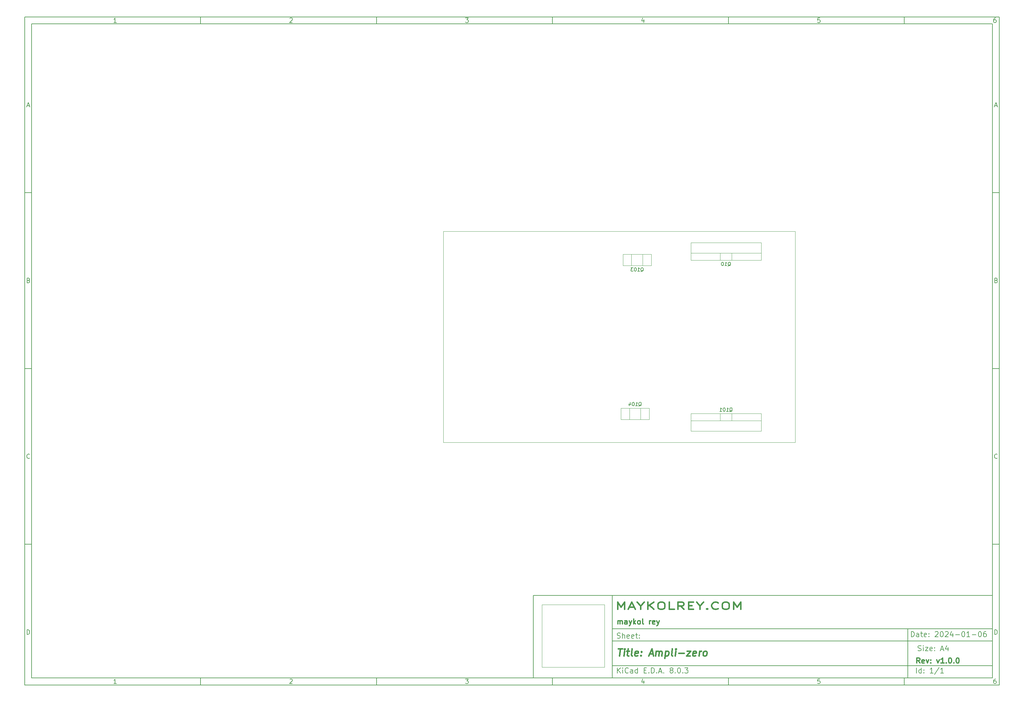
<source format=gbr>
%TF.GenerationSoftware,KiCad,Pcbnew,8.0.3-8.0.3-0~ubuntu22.04.1*%
%TF.CreationDate,2024-07-16T05:34:00-05:00*%
%TF.ProjectId,ampli-zero,616d706c-692d-47a6-9572-6f2e6b696361,v1.0.0*%
%TF.SameCoordinates,Original*%
%TF.FileFunction,AssemblyDrawing,Bot*%
%FSLAX46Y46*%
G04 Gerber Fmt 4.6, Leading zero omitted, Abs format (unit mm)*
G04 Created by KiCad (PCBNEW 8.0.3-8.0.3-0~ubuntu22.04.1) date 2024-07-16 05:34:00*
%MOMM*%
%LPD*%
G01*
G04 APERTURE LIST*
%ADD10C,0.100000*%
%ADD11C,0.150000*%
%ADD12C,0.300000*%
%ADD13C,0.400000*%
%TA.AperFunction,Profile*%
%ADD14C,0.100000*%
%TD*%
G04 APERTURE END LIST*
D10*
X157012200Y-177117000D02*
X157012200Y-194897000D01*
X174792200Y-194897000D01*
X174792200Y-177117000D01*
X157012200Y-177117000D01*
D11*
X177013200Y-174505000D02*
X285002200Y-174505000D01*
X285002200Y-198007000D01*
X177013200Y-198007000D01*
X177013200Y-174505000D01*
D10*
D11*
X10000000Y-10000000D02*
X287002200Y-10000000D01*
X287002200Y-200007200D01*
X10000000Y-200007200D01*
X10000000Y-10000000D01*
D10*
D11*
X12000000Y-12000000D02*
X285002200Y-12000000D01*
X285002200Y-198007200D01*
X12000000Y-198007200D01*
X12000000Y-12000000D01*
D10*
D11*
X60000000Y-12000000D02*
X60000000Y-10000000D01*
D10*
D11*
X110000000Y-12000000D02*
X110000000Y-10000000D01*
D10*
D11*
X160000000Y-12000000D02*
X160000000Y-10000000D01*
D10*
D11*
X210000000Y-12000000D02*
X210000000Y-10000000D01*
D10*
D11*
X260000000Y-12000000D02*
X260000000Y-10000000D01*
D10*
D11*
X36089160Y-11593604D02*
X35346303Y-11593604D01*
X35717731Y-11593604D02*
X35717731Y-10293604D01*
X35717731Y-10293604D02*
X35593922Y-10479319D01*
X35593922Y-10479319D02*
X35470112Y-10603128D01*
X35470112Y-10603128D02*
X35346303Y-10665033D01*
D10*
D11*
X85346303Y-10417414D02*
X85408207Y-10355509D01*
X85408207Y-10355509D02*
X85532017Y-10293604D01*
X85532017Y-10293604D02*
X85841541Y-10293604D01*
X85841541Y-10293604D02*
X85965350Y-10355509D01*
X85965350Y-10355509D02*
X86027255Y-10417414D01*
X86027255Y-10417414D02*
X86089160Y-10541223D01*
X86089160Y-10541223D02*
X86089160Y-10665033D01*
X86089160Y-10665033D02*
X86027255Y-10850747D01*
X86027255Y-10850747D02*
X85284398Y-11593604D01*
X85284398Y-11593604D02*
X86089160Y-11593604D01*
D10*
D11*
X135284398Y-10293604D02*
X136089160Y-10293604D01*
X136089160Y-10293604D02*
X135655826Y-10788842D01*
X135655826Y-10788842D02*
X135841541Y-10788842D01*
X135841541Y-10788842D02*
X135965350Y-10850747D01*
X135965350Y-10850747D02*
X136027255Y-10912652D01*
X136027255Y-10912652D02*
X136089160Y-11036461D01*
X136089160Y-11036461D02*
X136089160Y-11345985D01*
X136089160Y-11345985D02*
X136027255Y-11469795D01*
X136027255Y-11469795D02*
X135965350Y-11531700D01*
X135965350Y-11531700D02*
X135841541Y-11593604D01*
X135841541Y-11593604D02*
X135470112Y-11593604D01*
X135470112Y-11593604D02*
X135346303Y-11531700D01*
X135346303Y-11531700D02*
X135284398Y-11469795D01*
D10*
D11*
X185965350Y-10726938D02*
X185965350Y-11593604D01*
X185655826Y-10231700D02*
X185346303Y-11160271D01*
X185346303Y-11160271D02*
X186151064Y-11160271D01*
D10*
D11*
X236027255Y-10293604D02*
X235408207Y-10293604D01*
X235408207Y-10293604D02*
X235346303Y-10912652D01*
X235346303Y-10912652D02*
X235408207Y-10850747D01*
X235408207Y-10850747D02*
X235532017Y-10788842D01*
X235532017Y-10788842D02*
X235841541Y-10788842D01*
X235841541Y-10788842D02*
X235965350Y-10850747D01*
X235965350Y-10850747D02*
X236027255Y-10912652D01*
X236027255Y-10912652D02*
X236089160Y-11036461D01*
X236089160Y-11036461D02*
X236089160Y-11345985D01*
X236089160Y-11345985D02*
X236027255Y-11469795D01*
X236027255Y-11469795D02*
X235965350Y-11531700D01*
X235965350Y-11531700D02*
X235841541Y-11593604D01*
X235841541Y-11593604D02*
X235532017Y-11593604D01*
X235532017Y-11593604D02*
X235408207Y-11531700D01*
X235408207Y-11531700D02*
X235346303Y-11469795D01*
D10*
D11*
X285965350Y-10293604D02*
X285717731Y-10293604D01*
X285717731Y-10293604D02*
X285593922Y-10355509D01*
X285593922Y-10355509D02*
X285532017Y-10417414D01*
X285532017Y-10417414D02*
X285408207Y-10603128D01*
X285408207Y-10603128D02*
X285346303Y-10850747D01*
X285346303Y-10850747D02*
X285346303Y-11345985D01*
X285346303Y-11345985D02*
X285408207Y-11469795D01*
X285408207Y-11469795D02*
X285470112Y-11531700D01*
X285470112Y-11531700D02*
X285593922Y-11593604D01*
X285593922Y-11593604D02*
X285841541Y-11593604D01*
X285841541Y-11593604D02*
X285965350Y-11531700D01*
X285965350Y-11531700D02*
X286027255Y-11469795D01*
X286027255Y-11469795D02*
X286089160Y-11345985D01*
X286089160Y-11345985D02*
X286089160Y-11036461D01*
X286089160Y-11036461D02*
X286027255Y-10912652D01*
X286027255Y-10912652D02*
X285965350Y-10850747D01*
X285965350Y-10850747D02*
X285841541Y-10788842D01*
X285841541Y-10788842D02*
X285593922Y-10788842D01*
X285593922Y-10788842D02*
X285470112Y-10850747D01*
X285470112Y-10850747D02*
X285408207Y-10912652D01*
X285408207Y-10912652D02*
X285346303Y-11036461D01*
D10*
D11*
X60000000Y-198007200D02*
X60000000Y-200007200D01*
D10*
D11*
X110000000Y-198007200D02*
X110000000Y-200007200D01*
D10*
D11*
X160000000Y-198007200D02*
X160000000Y-200007200D01*
D10*
D11*
X210000000Y-198007200D02*
X210000000Y-200007200D01*
D10*
D11*
X260000000Y-198007200D02*
X260000000Y-200007200D01*
D10*
D11*
X36089160Y-199600804D02*
X35346303Y-199600804D01*
X35717731Y-199600804D02*
X35717731Y-198300804D01*
X35717731Y-198300804D02*
X35593922Y-198486519D01*
X35593922Y-198486519D02*
X35470112Y-198610328D01*
X35470112Y-198610328D02*
X35346303Y-198672233D01*
D10*
D11*
X85346303Y-198424614D02*
X85408207Y-198362709D01*
X85408207Y-198362709D02*
X85532017Y-198300804D01*
X85532017Y-198300804D02*
X85841541Y-198300804D01*
X85841541Y-198300804D02*
X85965350Y-198362709D01*
X85965350Y-198362709D02*
X86027255Y-198424614D01*
X86027255Y-198424614D02*
X86089160Y-198548423D01*
X86089160Y-198548423D02*
X86089160Y-198672233D01*
X86089160Y-198672233D02*
X86027255Y-198857947D01*
X86027255Y-198857947D02*
X85284398Y-199600804D01*
X85284398Y-199600804D02*
X86089160Y-199600804D01*
D10*
D11*
X135284398Y-198300804D02*
X136089160Y-198300804D01*
X136089160Y-198300804D02*
X135655826Y-198796042D01*
X135655826Y-198796042D02*
X135841541Y-198796042D01*
X135841541Y-198796042D02*
X135965350Y-198857947D01*
X135965350Y-198857947D02*
X136027255Y-198919852D01*
X136027255Y-198919852D02*
X136089160Y-199043661D01*
X136089160Y-199043661D02*
X136089160Y-199353185D01*
X136089160Y-199353185D02*
X136027255Y-199476995D01*
X136027255Y-199476995D02*
X135965350Y-199538900D01*
X135965350Y-199538900D02*
X135841541Y-199600804D01*
X135841541Y-199600804D02*
X135470112Y-199600804D01*
X135470112Y-199600804D02*
X135346303Y-199538900D01*
X135346303Y-199538900D02*
X135284398Y-199476995D01*
D10*
D11*
X185965350Y-198734138D02*
X185965350Y-199600804D01*
X185655826Y-198238900D02*
X185346303Y-199167471D01*
X185346303Y-199167471D02*
X186151064Y-199167471D01*
D10*
D11*
X236027255Y-198300804D02*
X235408207Y-198300804D01*
X235408207Y-198300804D02*
X235346303Y-198919852D01*
X235346303Y-198919852D02*
X235408207Y-198857947D01*
X235408207Y-198857947D02*
X235532017Y-198796042D01*
X235532017Y-198796042D02*
X235841541Y-198796042D01*
X235841541Y-198796042D02*
X235965350Y-198857947D01*
X235965350Y-198857947D02*
X236027255Y-198919852D01*
X236027255Y-198919852D02*
X236089160Y-199043661D01*
X236089160Y-199043661D02*
X236089160Y-199353185D01*
X236089160Y-199353185D02*
X236027255Y-199476995D01*
X236027255Y-199476995D02*
X235965350Y-199538900D01*
X235965350Y-199538900D02*
X235841541Y-199600804D01*
X235841541Y-199600804D02*
X235532017Y-199600804D01*
X235532017Y-199600804D02*
X235408207Y-199538900D01*
X235408207Y-199538900D02*
X235346303Y-199476995D01*
D10*
D11*
X285965350Y-198300804D02*
X285717731Y-198300804D01*
X285717731Y-198300804D02*
X285593922Y-198362709D01*
X285593922Y-198362709D02*
X285532017Y-198424614D01*
X285532017Y-198424614D02*
X285408207Y-198610328D01*
X285408207Y-198610328D02*
X285346303Y-198857947D01*
X285346303Y-198857947D02*
X285346303Y-199353185D01*
X285346303Y-199353185D02*
X285408207Y-199476995D01*
X285408207Y-199476995D02*
X285470112Y-199538900D01*
X285470112Y-199538900D02*
X285593922Y-199600804D01*
X285593922Y-199600804D02*
X285841541Y-199600804D01*
X285841541Y-199600804D02*
X285965350Y-199538900D01*
X285965350Y-199538900D02*
X286027255Y-199476995D01*
X286027255Y-199476995D02*
X286089160Y-199353185D01*
X286089160Y-199353185D02*
X286089160Y-199043661D01*
X286089160Y-199043661D02*
X286027255Y-198919852D01*
X286027255Y-198919852D02*
X285965350Y-198857947D01*
X285965350Y-198857947D02*
X285841541Y-198796042D01*
X285841541Y-198796042D02*
X285593922Y-198796042D01*
X285593922Y-198796042D02*
X285470112Y-198857947D01*
X285470112Y-198857947D02*
X285408207Y-198919852D01*
X285408207Y-198919852D02*
X285346303Y-199043661D01*
D10*
D11*
X10000000Y-60000000D02*
X12000000Y-60000000D01*
D10*
D11*
X10000000Y-110000000D02*
X12000000Y-110000000D01*
D10*
D11*
X10000000Y-160000000D02*
X12000000Y-160000000D01*
D10*
D11*
X10690476Y-35222176D02*
X11309523Y-35222176D01*
X10566666Y-35593604D02*
X10999999Y-34293604D01*
X10999999Y-34293604D02*
X11433333Y-35593604D01*
D10*
D11*
X11092857Y-84912652D02*
X11278571Y-84974557D01*
X11278571Y-84974557D02*
X11340476Y-85036461D01*
X11340476Y-85036461D02*
X11402380Y-85160271D01*
X11402380Y-85160271D02*
X11402380Y-85345985D01*
X11402380Y-85345985D02*
X11340476Y-85469795D01*
X11340476Y-85469795D02*
X11278571Y-85531700D01*
X11278571Y-85531700D02*
X11154761Y-85593604D01*
X11154761Y-85593604D02*
X10659523Y-85593604D01*
X10659523Y-85593604D02*
X10659523Y-84293604D01*
X10659523Y-84293604D02*
X11092857Y-84293604D01*
X11092857Y-84293604D02*
X11216666Y-84355509D01*
X11216666Y-84355509D02*
X11278571Y-84417414D01*
X11278571Y-84417414D02*
X11340476Y-84541223D01*
X11340476Y-84541223D02*
X11340476Y-84665033D01*
X11340476Y-84665033D02*
X11278571Y-84788842D01*
X11278571Y-84788842D02*
X11216666Y-84850747D01*
X11216666Y-84850747D02*
X11092857Y-84912652D01*
X11092857Y-84912652D02*
X10659523Y-84912652D01*
D10*
D11*
X11402380Y-135469795D02*
X11340476Y-135531700D01*
X11340476Y-135531700D02*
X11154761Y-135593604D01*
X11154761Y-135593604D02*
X11030952Y-135593604D01*
X11030952Y-135593604D02*
X10845238Y-135531700D01*
X10845238Y-135531700D02*
X10721428Y-135407890D01*
X10721428Y-135407890D02*
X10659523Y-135284080D01*
X10659523Y-135284080D02*
X10597619Y-135036461D01*
X10597619Y-135036461D02*
X10597619Y-134850747D01*
X10597619Y-134850747D02*
X10659523Y-134603128D01*
X10659523Y-134603128D02*
X10721428Y-134479319D01*
X10721428Y-134479319D02*
X10845238Y-134355509D01*
X10845238Y-134355509D02*
X11030952Y-134293604D01*
X11030952Y-134293604D02*
X11154761Y-134293604D01*
X11154761Y-134293604D02*
X11340476Y-134355509D01*
X11340476Y-134355509D02*
X11402380Y-134417414D01*
D10*
D11*
X10659523Y-185593604D02*
X10659523Y-184293604D01*
X10659523Y-184293604D02*
X10969047Y-184293604D01*
X10969047Y-184293604D02*
X11154761Y-184355509D01*
X11154761Y-184355509D02*
X11278571Y-184479319D01*
X11278571Y-184479319D02*
X11340476Y-184603128D01*
X11340476Y-184603128D02*
X11402380Y-184850747D01*
X11402380Y-184850747D02*
X11402380Y-185036461D01*
X11402380Y-185036461D02*
X11340476Y-185284080D01*
X11340476Y-185284080D02*
X11278571Y-185407890D01*
X11278571Y-185407890D02*
X11154761Y-185531700D01*
X11154761Y-185531700D02*
X10969047Y-185593604D01*
X10969047Y-185593604D02*
X10659523Y-185593604D01*
D10*
D11*
X287002200Y-60000000D02*
X285002200Y-60000000D01*
D10*
D11*
X287002200Y-110000000D02*
X285002200Y-110000000D01*
D10*
D11*
X287002200Y-160000000D02*
X285002200Y-160000000D01*
D10*
D11*
X285692676Y-35222176D02*
X286311723Y-35222176D01*
X285568866Y-35593604D02*
X286002199Y-34293604D01*
X286002199Y-34293604D02*
X286435533Y-35593604D01*
D10*
D11*
X286095057Y-84912652D02*
X286280771Y-84974557D01*
X286280771Y-84974557D02*
X286342676Y-85036461D01*
X286342676Y-85036461D02*
X286404580Y-85160271D01*
X286404580Y-85160271D02*
X286404580Y-85345985D01*
X286404580Y-85345985D02*
X286342676Y-85469795D01*
X286342676Y-85469795D02*
X286280771Y-85531700D01*
X286280771Y-85531700D02*
X286156961Y-85593604D01*
X286156961Y-85593604D02*
X285661723Y-85593604D01*
X285661723Y-85593604D02*
X285661723Y-84293604D01*
X285661723Y-84293604D02*
X286095057Y-84293604D01*
X286095057Y-84293604D02*
X286218866Y-84355509D01*
X286218866Y-84355509D02*
X286280771Y-84417414D01*
X286280771Y-84417414D02*
X286342676Y-84541223D01*
X286342676Y-84541223D02*
X286342676Y-84665033D01*
X286342676Y-84665033D02*
X286280771Y-84788842D01*
X286280771Y-84788842D02*
X286218866Y-84850747D01*
X286218866Y-84850747D02*
X286095057Y-84912652D01*
X286095057Y-84912652D02*
X285661723Y-84912652D01*
D10*
D11*
X286404580Y-135469795D02*
X286342676Y-135531700D01*
X286342676Y-135531700D02*
X286156961Y-135593604D01*
X286156961Y-135593604D02*
X286033152Y-135593604D01*
X286033152Y-135593604D02*
X285847438Y-135531700D01*
X285847438Y-135531700D02*
X285723628Y-135407890D01*
X285723628Y-135407890D02*
X285661723Y-135284080D01*
X285661723Y-135284080D02*
X285599819Y-135036461D01*
X285599819Y-135036461D02*
X285599819Y-134850747D01*
X285599819Y-134850747D02*
X285661723Y-134603128D01*
X285661723Y-134603128D02*
X285723628Y-134479319D01*
X285723628Y-134479319D02*
X285847438Y-134355509D01*
X285847438Y-134355509D02*
X286033152Y-134293604D01*
X286033152Y-134293604D02*
X286156961Y-134293604D01*
X286156961Y-134293604D02*
X286342676Y-134355509D01*
X286342676Y-134355509D02*
X286404580Y-134417414D01*
D10*
D11*
X285661723Y-185593604D02*
X285661723Y-184293604D01*
X285661723Y-184293604D02*
X285971247Y-184293604D01*
X285971247Y-184293604D02*
X286156961Y-184355509D01*
X286156961Y-184355509D02*
X286280771Y-184479319D01*
X286280771Y-184479319D02*
X286342676Y-184603128D01*
X286342676Y-184603128D02*
X286404580Y-184850747D01*
X286404580Y-184850747D02*
X286404580Y-185036461D01*
X286404580Y-185036461D02*
X286342676Y-185284080D01*
X286342676Y-185284080D02*
X286280771Y-185407890D01*
X286280771Y-185407890D02*
X286156961Y-185531700D01*
X286156961Y-185531700D02*
X285971247Y-185593604D01*
X285971247Y-185593604D02*
X285661723Y-185593604D01*
D10*
D11*
X261958026Y-186293128D02*
X261958026Y-184793128D01*
X261958026Y-184793128D02*
X262315169Y-184793128D01*
X262315169Y-184793128D02*
X262529455Y-184864557D01*
X262529455Y-184864557D02*
X262672312Y-185007414D01*
X262672312Y-185007414D02*
X262743741Y-185150271D01*
X262743741Y-185150271D02*
X262815169Y-185435985D01*
X262815169Y-185435985D02*
X262815169Y-185650271D01*
X262815169Y-185650271D02*
X262743741Y-185935985D01*
X262743741Y-185935985D02*
X262672312Y-186078842D01*
X262672312Y-186078842D02*
X262529455Y-186221700D01*
X262529455Y-186221700D02*
X262315169Y-186293128D01*
X262315169Y-186293128D02*
X261958026Y-186293128D01*
X264100884Y-186293128D02*
X264100884Y-185507414D01*
X264100884Y-185507414D02*
X264029455Y-185364557D01*
X264029455Y-185364557D02*
X263886598Y-185293128D01*
X263886598Y-185293128D02*
X263600884Y-185293128D01*
X263600884Y-185293128D02*
X263458026Y-185364557D01*
X264100884Y-186221700D02*
X263958026Y-186293128D01*
X263958026Y-186293128D02*
X263600884Y-186293128D01*
X263600884Y-186293128D02*
X263458026Y-186221700D01*
X263458026Y-186221700D02*
X263386598Y-186078842D01*
X263386598Y-186078842D02*
X263386598Y-185935985D01*
X263386598Y-185935985D02*
X263458026Y-185793128D01*
X263458026Y-185793128D02*
X263600884Y-185721700D01*
X263600884Y-185721700D02*
X263958026Y-185721700D01*
X263958026Y-185721700D02*
X264100884Y-185650271D01*
X264600884Y-185293128D02*
X265172312Y-185293128D01*
X264815169Y-184793128D02*
X264815169Y-186078842D01*
X264815169Y-186078842D02*
X264886598Y-186221700D01*
X264886598Y-186221700D02*
X265029455Y-186293128D01*
X265029455Y-186293128D02*
X265172312Y-186293128D01*
X266243741Y-186221700D02*
X266100884Y-186293128D01*
X266100884Y-186293128D02*
X265815170Y-186293128D01*
X265815170Y-186293128D02*
X265672312Y-186221700D01*
X265672312Y-186221700D02*
X265600884Y-186078842D01*
X265600884Y-186078842D02*
X265600884Y-185507414D01*
X265600884Y-185507414D02*
X265672312Y-185364557D01*
X265672312Y-185364557D02*
X265815170Y-185293128D01*
X265815170Y-185293128D02*
X266100884Y-185293128D01*
X266100884Y-185293128D02*
X266243741Y-185364557D01*
X266243741Y-185364557D02*
X266315170Y-185507414D01*
X266315170Y-185507414D02*
X266315170Y-185650271D01*
X266315170Y-185650271D02*
X265600884Y-185793128D01*
X266958026Y-186150271D02*
X267029455Y-186221700D01*
X267029455Y-186221700D02*
X266958026Y-186293128D01*
X266958026Y-186293128D02*
X266886598Y-186221700D01*
X266886598Y-186221700D02*
X266958026Y-186150271D01*
X266958026Y-186150271D02*
X266958026Y-186293128D01*
X266958026Y-185364557D02*
X267029455Y-185435985D01*
X267029455Y-185435985D02*
X266958026Y-185507414D01*
X266958026Y-185507414D02*
X266886598Y-185435985D01*
X266886598Y-185435985D02*
X266958026Y-185364557D01*
X266958026Y-185364557D02*
X266958026Y-185507414D01*
X268743741Y-184935985D02*
X268815169Y-184864557D01*
X268815169Y-184864557D02*
X268958027Y-184793128D01*
X268958027Y-184793128D02*
X269315169Y-184793128D01*
X269315169Y-184793128D02*
X269458027Y-184864557D01*
X269458027Y-184864557D02*
X269529455Y-184935985D01*
X269529455Y-184935985D02*
X269600884Y-185078842D01*
X269600884Y-185078842D02*
X269600884Y-185221700D01*
X269600884Y-185221700D02*
X269529455Y-185435985D01*
X269529455Y-185435985D02*
X268672312Y-186293128D01*
X268672312Y-186293128D02*
X269600884Y-186293128D01*
X270529455Y-184793128D02*
X270672312Y-184793128D01*
X270672312Y-184793128D02*
X270815169Y-184864557D01*
X270815169Y-184864557D02*
X270886598Y-184935985D01*
X270886598Y-184935985D02*
X270958026Y-185078842D01*
X270958026Y-185078842D02*
X271029455Y-185364557D01*
X271029455Y-185364557D02*
X271029455Y-185721700D01*
X271029455Y-185721700D02*
X270958026Y-186007414D01*
X270958026Y-186007414D02*
X270886598Y-186150271D01*
X270886598Y-186150271D02*
X270815169Y-186221700D01*
X270815169Y-186221700D02*
X270672312Y-186293128D01*
X270672312Y-186293128D02*
X270529455Y-186293128D01*
X270529455Y-186293128D02*
X270386598Y-186221700D01*
X270386598Y-186221700D02*
X270315169Y-186150271D01*
X270315169Y-186150271D02*
X270243740Y-186007414D01*
X270243740Y-186007414D02*
X270172312Y-185721700D01*
X270172312Y-185721700D02*
X270172312Y-185364557D01*
X270172312Y-185364557D02*
X270243740Y-185078842D01*
X270243740Y-185078842D02*
X270315169Y-184935985D01*
X270315169Y-184935985D02*
X270386598Y-184864557D01*
X270386598Y-184864557D02*
X270529455Y-184793128D01*
X271600883Y-184935985D02*
X271672311Y-184864557D01*
X271672311Y-184864557D02*
X271815169Y-184793128D01*
X271815169Y-184793128D02*
X272172311Y-184793128D01*
X272172311Y-184793128D02*
X272315169Y-184864557D01*
X272315169Y-184864557D02*
X272386597Y-184935985D01*
X272386597Y-184935985D02*
X272458026Y-185078842D01*
X272458026Y-185078842D02*
X272458026Y-185221700D01*
X272458026Y-185221700D02*
X272386597Y-185435985D01*
X272386597Y-185435985D02*
X271529454Y-186293128D01*
X271529454Y-186293128D02*
X272458026Y-186293128D01*
X273743740Y-185293128D02*
X273743740Y-186293128D01*
X273386597Y-184721700D02*
X273029454Y-185793128D01*
X273029454Y-185793128D02*
X273958025Y-185793128D01*
X274529453Y-185721700D02*
X275672311Y-185721700D01*
X276672311Y-184793128D02*
X276815168Y-184793128D01*
X276815168Y-184793128D02*
X276958025Y-184864557D01*
X276958025Y-184864557D02*
X277029454Y-184935985D01*
X277029454Y-184935985D02*
X277100882Y-185078842D01*
X277100882Y-185078842D02*
X277172311Y-185364557D01*
X277172311Y-185364557D02*
X277172311Y-185721700D01*
X277172311Y-185721700D02*
X277100882Y-186007414D01*
X277100882Y-186007414D02*
X277029454Y-186150271D01*
X277029454Y-186150271D02*
X276958025Y-186221700D01*
X276958025Y-186221700D02*
X276815168Y-186293128D01*
X276815168Y-186293128D02*
X276672311Y-186293128D01*
X276672311Y-186293128D02*
X276529454Y-186221700D01*
X276529454Y-186221700D02*
X276458025Y-186150271D01*
X276458025Y-186150271D02*
X276386596Y-186007414D01*
X276386596Y-186007414D02*
X276315168Y-185721700D01*
X276315168Y-185721700D02*
X276315168Y-185364557D01*
X276315168Y-185364557D02*
X276386596Y-185078842D01*
X276386596Y-185078842D02*
X276458025Y-184935985D01*
X276458025Y-184935985D02*
X276529454Y-184864557D01*
X276529454Y-184864557D02*
X276672311Y-184793128D01*
X278600882Y-186293128D02*
X277743739Y-186293128D01*
X278172310Y-186293128D02*
X278172310Y-184793128D01*
X278172310Y-184793128D02*
X278029453Y-185007414D01*
X278029453Y-185007414D02*
X277886596Y-185150271D01*
X277886596Y-185150271D02*
X277743739Y-185221700D01*
X279243738Y-185721700D02*
X280386596Y-185721700D01*
X281386596Y-184793128D02*
X281529453Y-184793128D01*
X281529453Y-184793128D02*
X281672310Y-184864557D01*
X281672310Y-184864557D02*
X281743739Y-184935985D01*
X281743739Y-184935985D02*
X281815167Y-185078842D01*
X281815167Y-185078842D02*
X281886596Y-185364557D01*
X281886596Y-185364557D02*
X281886596Y-185721700D01*
X281886596Y-185721700D02*
X281815167Y-186007414D01*
X281815167Y-186007414D02*
X281743739Y-186150271D01*
X281743739Y-186150271D02*
X281672310Y-186221700D01*
X281672310Y-186221700D02*
X281529453Y-186293128D01*
X281529453Y-186293128D02*
X281386596Y-186293128D01*
X281386596Y-186293128D02*
X281243739Y-186221700D01*
X281243739Y-186221700D02*
X281172310Y-186150271D01*
X281172310Y-186150271D02*
X281100881Y-186007414D01*
X281100881Y-186007414D02*
X281029453Y-185721700D01*
X281029453Y-185721700D02*
X281029453Y-185364557D01*
X281029453Y-185364557D02*
X281100881Y-185078842D01*
X281100881Y-185078842D02*
X281172310Y-184935985D01*
X281172310Y-184935985D02*
X281243739Y-184864557D01*
X281243739Y-184864557D02*
X281386596Y-184793128D01*
X283172310Y-184793128D02*
X282886595Y-184793128D01*
X282886595Y-184793128D02*
X282743738Y-184864557D01*
X282743738Y-184864557D02*
X282672310Y-184935985D01*
X282672310Y-184935985D02*
X282529452Y-185150271D01*
X282529452Y-185150271D02*
X282458024Y-185435985D01*
X282458024Y-185435985D02*
X282458024Y-186007414D01*
X282458024Y-186007414D02*
X282529452Y-186150271D01*
X282529452Y-186150271D02*
X282600881Y-186221700D01*
X282600881Y-186221700D02*
X282743738Y-186293128D01*
X282743738Y-186293128D02*
X283029452Y-186293128D01*
X283029452Y-186293128D02*
X283172310Y-186221700D01*
X283172310Y-186221700D02*
X283243738Y-186150271D01*
X283243738Y-186150271D02*
X283315167Y-186007414D01*
X283315167Y-186007414D02*
X283315167Y-185650271D01*
X283315167Y-185650271D02*
X283243738Y-185507414D01*
X283243738Y-185507414D02*
X283172310Y-185435985D01*
X283172310Y-185435985D02*
X283029452Y-185364557D01*
X283029452Y-185364557D02*
X282743738Y-185364557D01*
X282743738Y-185364557D02*
X282600881Y-185435985D01*
X282600881Y-185435985D02*
X282529452Y-185507414D01*
X282529452Y-185507414D02*
X282458024Y-185650271D01*
D10*
D11*
X177002200Y-194507200D02*
X285002200Y-194507200D01*
D10*
D11*
X178458026Y-196593328D02*
X178458026Y-195093328D01*
X179315169Y-196593328D02*
X178672312Y-195736185D01*
X179315169Y-195093328D02*
X178458026Y-195950471D01*
X179958026Y-196593328D02*
X179958026Y-195593328D01*
X179958026Y-195093328D02*
X179886598Y-195164757D01*
X179886598Y-195164757D02*
X179958026Y-195236185D01*
X179958026Y-195236185D02*
X180029455Y-195164757D01*
X180029455Y-195164757D02*
X179958026Y-195093328D01*
X179958026Y-195093328D02*
X179958026Y-195236185D01*
X181529455Y-196450471D02*
X181458027Y-196521900D01*
X181458027Y-196521900D02*
X181243741Y-196593328D01*
X181243741Y-196593328D02*
X181100884Y-196593328D01*
X181100884Y-196593328D02*
X180886598Y-196521900D01*
X180886598Y-196521900D02*
X180743741Y-196379042D01*
X180743741Y-196379042D02*
X180672312Y-196236185D01*
X180672312Y-196236185D02*
X180600884Y-195950471D01*
X180600884Y-195950471D02*
X180600884Y-195736185D01*
X180600884Y-195736185D02*
X180672312Y-195450471D01*
X180672312Y-195450471D02*
X180743741Y-195307614D01*
X180743741Y-195307614D02*
X180886598Y-195164757D01*
X180886598Y-195164757D02*
X181100884Y-195093328D01*
X181100884Y-195093328D02*
X181243741Y-195093328D01*
X181243741Y-195093328D02*
X181458027Y-195164757D01*
X181458027Y-195164757D02*
X181529455Y-195236185D01*
X182815170Y-196593328D02*
X182815170Y-195807614D01*
X182815170Y-195807614D02*
X182743741Y-195664757D01*
X182743741Y-195664757D02*
X182600884Y-195593328D01*
X182600884Y-195593328D02*
X182315170Y-195593328D01*
X182315170Y-195593328D02*
X182172312Y-195664757D01*
X182815170Y-196521900D02*
X182672312Y-196593328D01*
X182672312Y-196593328D02*
X182315170Y-196593328D01*
X182315170Y-196593328D02*
X182172312Y-196521900D01*
X182172312Y-196521900D02*
X182100884Y-196379042D01*
X182100884Y-196379042D02*
X182100884Y-196236185D01*
X182100884Y-196236185D02*
X182172312Y-196093328D01*
X182172312Y-196093328D02*
X182315170Y-196021900D01*
X182315170Y-196021900D02*
X182672312Y-196021900D01*
X182672312Y-196021900D02*
X182815170Y-195950471D01*
X184172313Y-196593328D02*
X184172313Y-195093328D01*
X184172313Y-196521900D02*
X184029455Y-196593328D01*
X184029455Y-196593328D02*
X183743741Y-196593328D01*
X183743741Y-196593328D02*
X183600884Y-196521900D01*
X183600884Y-196521900D02*
X183529455Y-196450471D01*
X183529455Y-196450471D02*
X183458027Y-196307614D01*
X183458027Y-196307614D02*
X183458027Y-195879042D01*
X183458027Y-195879042D02*
X183529455Y-195736185D01*
X183529455Y-195736185D02*
X183600884Y-195664757D01*
X183600884Y-195664757D02*
X183743741Y-195593328D01*
X183743741Y-195593328D02*
X184029455Y-195593328D01*
X184029455Y-195593328D02*
X184172313Y-195664757D01*
X186029455Y-195807614D02*
X186529455Y-195807614D01*
X186743741Y-196593328D02*
X186029455Y-196593328D01*
X186029455Y-196593328D02*
X186029455Y-195093328D01*
X186029455Y-195093328D02*
X186743741Y-195093328D01*
X187386598Y-196450471D02*
X187458027Y-196521900D01*
X187458027Y-196521900D02*
X187386598Y-196593328D01*
X187386598Y-196593328D02*
X187315170Y-196521900D01*
X187315170Y-196521900D02*
X187386598Y-196450471D01*
X187386598Y-196450471D02*
X187386598Y-196593328D01*
X188100884Y-196593328D02*
X188100884Y-195093328D01*
X188100884Y-195093328D02*
X188458027Y-195093328D01*
X188458027Y-195093328D02*
X188672313Y-195164757D01*
X188672313Y-195164757D02*
X188815170Y-195307614D01*
X188815170Y-195307614D02*
X188886599Y-195450471D01*
X188886599Y-195450471D02*
X188958027Y-195736185D01*
X188958027Y-195736185D02*
X188958027Y-195950471D01*
X188958027Y-195950471D02*
X188886599Y-196236185D01*
X188886599Y-196236185D02*
X188815170Y-196379042D01*
X188815170Y-196379042D02*
X188672313Y-196521900D01*
X188672313Y-196521900D02*
X188458027Y-196593328D01*
X188458027Y-196593328D02*
X188100884Y-196593328D01*
X189600884Y-196450471D02*
X189672313Y-196521900D01*
X189672313Y-196521900D02*
X189600884Y-196593328D01*
X189600884Y-196593328D02*
X189529456Y-196521900D01*
X189529456Y-196521900D02*
X189600884Y-196450471D01*
X189600884Y-196450471D02*
X189600884Y-196593328D01*
X190243742Y-196164757D02*
X190958028Y-196164757D01*
X190100885Y-196593328D02*
X190600885Y-195093328D01*
X190600885Y-195093328D02*
X191100885Y-196593328D01*
X191600884Y-196450471D02*
X191672313Y-196521900D01*
X191672313Y-196521900D02*
X191600884Y-196593328D01*
X191600884Y-196593328D02*
X191529456Y-196521900D01*
X191529456Y-196521900D02*
X191600884Y-196450471D01*
X191600884Y-196450471D02*
X191600884Y-196593328D01*
X193672313Y-195736185D02*
X193529456Y-195664757D01*
X193529456Y-195664757D02*
X193458027Y-195593328D01*
X193458027Y-195593328D02*
X193386599Y-195450471D01*
X193386599Y-195450471D02*
X193386599Y-195379042D01*
X193386599Y-195379042D02*
X193458027Y-195236185D01*
X193458027Y-195236185D02*
X193529456Y-195164757D01*
X193529456Y-195164757D02*
X193672313Y-195093328D01*
X193672313Y-195093328D02*
X193958027Y-195093328D01*
X193958027Y-195093328D02*
X194100885Y-195164757D01*
X194100885Y-195164757D02*
X194172313Y-195236185D01*
X194172313Y-195236185D02*
X194243742Y-195379042D01*
X194243742Y-195379042D02*
X194243742Y-195450471D01*
X194243742Y-195450471D02*
X194172313Y-195593328D01*
X194172313Y-195593328D02*
X194100885Y-195664757D01*
X194100885Y-195664757D02*
X193958027Y-195736185D01*
X193958027Y-195736185D02*
X193672313Y-195736185D01*
X193672313Y-195736185D02*
X193529456Y-195807614D01*
X193529456Y-195807614D02*
X193458027Y-195879042D01*
X193458027Y-195879042D02*
X193386599Y-196021900D01*
X193386599Y-196021900D02*
X193386599Y-196307614D01*
X193386599Y-196307614D02*
X193458027Y-196450471D01*
X193458027Y-196450471D02*
X193529456Y-196521900D01*
X193529456Y-196521900D02*
X193672313Y-196593328D01*
X193672313Y-196593328D02*
X193958027Y-196593328D01*
X193958027Y-196593328D02*
X194100885Y-196521900D01*
X194100885Y-196521900D02*
X194172313Y-196450471D01*
X194172313Y-196450471D02*
X194243742Y-196307614D01*
X194243742Y-196307614D02*
X194243742Y-196021900D01*
X194243742Y-196021900D02*
X194172313Y-195879042D01*
X194172313Y-195879042D02*
X194100885Y-195807614D01*
X194100885Y-195807614D02*
X193958027Y-195736185D01*
X194886598Y-196450471D02*
X194958027Y-196521900D01*
X194958027Y-196521900D02*
X194886598Y-196593328D01*
X194886598Y-196593328D02*
X194815170Y-196521900D01*
X194815170Y-196521900D02*
X194886598Y-196450471D01*
X194886598Y-196450471D02*
X194886598Y-196593328D01*
X195886599Y-195093328D02*
X196029456Y-195093328D01*
X196029456Y-195093328D02*
X196172313Y-195164757D01*
X196172313Y-195164757D02*
X196243742Y-195236185D01*
X196243742Y-195236185D02*
X196315170Y-195379042D01*
X196315170Y-195379042D02*
X196386599Y-195664757D01*
X196386599Y-195664757D02*
X196386599Y-196021900D01*
X196386599Y-196021900D02*
X196315170Y-196307614D01*
X196315170Y-196307614D02*
X196243742Y-196450471D01*
X196243742Y-196450471D02*
X196172313Y-196521900D01*
X196172313Y-196521900D02*
X196029456Y-196593328D01*
X196029456Y-196593328D02*
X195886599Y-196593328D01*
X195886599Y-196593328D02*
X195743742Y-196521900D01*
X195743742Y-196521900D02*
X195672313Y-196450471D01*
X195672313Y-196450471D02*
X195600884Y-196307614D01*
X195600884Y-196307614D02*
X195529456Y-196021900D01*
X195529456Y-196021900D02*
X195529456Y-195664757D01*
X195529456Y-195664757D02*
X195600884Y-195379042D01*
X195600884Y-195379042D02*
X195672313Y-195236185D01*
X195672313Y-195236185D02*
X195743742Y-195164757D01*
X195743742Y-195164757D02*
X195886599Y-195093328D01*
X197029455Y-196450471D02*
X197100884Y-196521900D01*
X197100884Y-196521900D02*
X197029455Y-196593328D01*
X197029455Y-196593328D02*
X196958027Y-196521900D01*
X196958027Y-196521900D02*
X197029455Y-196450471D01*
X197029455Y-196450471D02*
X197029455Y-196593328D01*
X197600884Y-195093328D02*
X198529456Y-195093328D01*
X198529456Y-195093328D02*
X198029456Y-195664757D01*
X198029456Y-195664757D02*
X198243741Y-195664757D01*
X198243741Y-195664757D02*
X198386599Y-195736185D01*
X198386599Y-195736185D02*
X198458027Y-195807614D01*
X198458027Y-195807614D02*
X198529456Y-195950471D01*
X198529456Y-195950471D02*
X198529456Y-196307614D01*
X198529456Y-196307614D02*
X198458027Y-196450471D01*
X198458027Y-196450471D02*
X198386599Y-196521900D01*
X198386599Y-196521900D02*
X198243741Y-196593328D01*
X198243741Y-196593328D02*
X197815170Y-196593328D01*
X197815170Y-196593328D02*
X197672313Y-196521900D01*
X197672313Y-196521900D02*
X197600884Y-196450471D01*
D10*
D12*
X264413853Y-193785528D02*
X263913853Y-193071242D01*
X263556710Y-193785528D02*
X263556710Y-192285528D01*
X263556710Y-192285528D02*
X264128139Y-192285528D01*
X264128139Y-192285528D02*
X264270996Y-192356957D01*
X264270996Y-192356957D02*
X264342425Y-192428385D01*
X264342425Y-192428385D02*
X264413853Y-192571242D01*
X264413853Y-192571242D02*
X264413853Y-192785528D01*
X264413853Y-192785528D02*
X264342425Y-192928385D01*
X264342425Y-192928385D02*
X264270996Y-192999814D01*
X264270996Y-192999814D02*
X264128139Y-193071242D01*
X264128139Y-193071242D02*
X263556710Y-193071242D01*
X265628139Y-193714100D02*
X265485282Y-193785528D01*
X265485282Y-193785528D02*
X265199568Y-193785528D01*
X265199568Y-193785528D02*
X265056710Y-193714100D01*
X265056710Y-193714100D02*
X264985282Y-193571242D01*
X264985282Y-193571242D02*
X264985282Y-192999814D01*
X264985282Y-192999814D02*
X265056710Y-192856957D01*
X265056710Y-192856957D02*
X265199568Y-192785528D01*
X265199568Y-192785528D02*
X265485282Y-192785528D01*
X265485282Y-192785528D02*
X265628139Y-192856957D01*
X265628139Y-192856957D02*
X265699568Y-192999814D01*
X265699568Y-192999814D02*
X265699568Y-193142671D01*
X265699568Y-193142671D02*
X264985282Y-193285528D01*
X266199567Y-192785528D02*
X266556710Y-193785528D01*
X266556710Y-193785528D02*
X266913853Y-192785528D01*
X267485281Y-193642671D02*
X267556710Y-193714100D01*
X267556710Y-193714100D02*
X267485281Y-193785528D01*
X267485281Y-193785528D02*
X267413853Y-193714100D01*
X267413853Y-193714100D02*
X267485281Y-193642671D01*
X267485281Y-193642671D02*
X267485281Y-193785528D01*
X267485281Y-192856957D02*
X267556710Y-192928385D01*
X267556710Y-192928385D02*
X267485281Y-192999814D01*
X267485281Y-192999814D02*
X267413853Y-192928385D01*
X267413853Y-192928385D02*
X267485281Y-192856957D01*
X267485281Y-192856957D02*
X267485281Y-192999814D01*
X269199567Y-192785528D02*
X269556710Y-193785528D01*
X269556710Y-193785528D02*
X269913853Y-192785528D01*
X271270996Y-193785528D02*
X270413853Y-193785528D01*
X270842424Y-193785528D02*
X270842424Y-192285528D01*
X270842424Y-192285528D02*
X270699567Y-192499814D01*
X270699567Y-192499814D02*
X270556710Y-192642671D01*
X270556710Y-192642671D02*
X270413853Y-192714100D01*
X271913852Y-193642671D02*
X271985281Y-193714100D01*
X271985281Y-193714100D02*
X271913852Y-193785528D01*
X271913852Y-193785528D02*
X271842424Y-193714100D01*
X271842424Y-193714100D02*
X271913852Y-193642671D01*
X271913852Y-193642671D02*
X271913852Y-193785528D01*
X272913853Y-192285528D02*
X273056710Y-192285528D01*
X273056710Y-192285528D02*
X273199567Y-192356957D01*
X273199567Y-192356957D02*
X273270996Y-192428385D01*
X273270996Y-192428385D02*
X273342424Y-192571242D01*
X273342424Y-192571242D02*
X273413853Y-192856957D01*
X273413853Y-192856957D02*
X273413853Y-193214100D01*
X273413853Y-193214100D02*
X273342424Y-193499814D01*
X273342424Y-193499814D02*
X273270996Y-193642671D01*
X273270996Y-193642671D02*
X273199567Y-193714100D01*
X273199567Y-193714100D02*
X273056710Y-193785528D01*
X273056710Y-193785528D02*
X272913853Y-193785528D01*
X272913853Y-193785528D02*
X272770996Y-193714100D01*
X272770996Y-193714100D02*
X272699567Y-193642671D01*
X272699567Y-193642671D02*
X272628138Y-193499814D01*
X272628138Y-193499814D02*
X272556710Y-193214100D01*
X272556710Y-193214100D02*
X272556710Y-192856957D01*
X272556710Y-192856957D02*
X272628138Y-192571242D01*
X272628138Y-192571242D02*
X272699567Y-192428385D01*
X272699567Y-192428385D02*
X272770996Y-192356957D01*
X272770996Y-192356957D02*
X272913853Y-192285528D01*
X274056709Y-193642671D02*
X274128138Y-193714100D01*
X274128138Y-193714100D02*
X274056709Y-193785528D01*
X274056709Y-193785528D02*
X273985281Y-193714100D01*
X273985281Y-193714100D02*
X274056709Y-193642671D01*
X274056709Y-193642671D02*
X274056709Y-193785528D01*
X275056710Y-192285528D02*
X275199567Y-192285528D01*
X275199567Y-192285528D02*
X275342424Y-192356957D01*
X275342424Y-192356957D02*
X275413853Y-192428385D01*
X275413853Y-192428385D02*
X275485281Y-192571242D01*
X275485281Y-192571242D02*
X275556710Y-192856957D01*
X275556710Y-192856957D02*
X275556710Y-193214100D01*
X275556710Y-193214100D02*
X275485281Y-193499814D01*
X275485281Y-193499814D02*
X275413853Y-193642671D01*
X275413853Y-193642671D02*
X275342424Y-193714100D01*
X275342424Y-193714100D02*
X275199567Y-193785528D01*
X275199567Y-193785528D02*
X275056710Y-193785528D01*
X275056710Y-193785528D02*
X274913853Y-193714100D01*
X274913853Y-193714100D02*
X274842424Y-193642671D01*
X274842424Y-193642671D02*
X274770995Y-193499814D01*
X274770995Y-193499814D02*
X274699567Y-193214100D01*
X274699567Y-193214100D02*
X274699567Y-192856957D01*
X274699567Y-192856957D02*
X274770995Y-192571242D01*
X274770995Y-192571242D02*
X274842424Y-192428385D01*
X274842424Y-192428385D02*
X274913853Y-192356957D01*
X274913853Y-192356957D02*
X275056710Y-192285528D01*
D10*
D11*
X263886598Y-190221700D02*
X264100884Y-190293128D01*
X264100884Y-190293128D02*
X264458026Y-190293128D01*
X264458026Y-190293128D02*
X264600884Y-190221700D01*
X264600884Y-190221700D02*
X264672312Y-190150271D01*
X264672312Y-190150271D02*
X264743741Y-190007414D01*
X264743741Y-190007414D02*
X264743741Y-189864557D01*
X264743741Y-189864557D02*
X264672312Y-189721700D01*
X264672312Y-189721700D02*
X264600884Y-189650271D01*
X264600884Y-189650271D02*
X264458026Y-189578842D01*
X264458026Y-189578842D02*
X264172312Y-189507414D01*
X264172312Y-189507414D02*
X264029455Y-189435985D01*
X264029455Y-189435985D02*
X263958026Y-189364557D01*
X263958026Y-189364557D02*
X263886598Y-189221700D01*
X263886598Y-189221700D02*
X263886598Y-189078842D01*
X263886598Y-189078842D02*
X263958026Y-188935985D01*
X263958026Y-188935985D02*
X264029455Y-188864557D01*
X264029455Y-188864557D02*
X264172312Y-188793128D01*
X264172312Y-188793128D02*
X264529455Y-188793128D01*
X264529455Y-188793128D02*
X264743741Y-188864557D01*
X265386597Y-190293128D02*
X265386597Y-189293128D01*
X265386597Y-188793128D02*
X265315169Y-188864557D01*
X265315169Y-188864557D02*
X265386597Y-188935985D01*
X265386597Y-188935985D02*
X265458026Y-188864557D01*
X265458026Y-188864557D02*
X265386597Y-188793128D01*
X265386597Y-188793128D02*
X265386597Y-188935985D01*
X265958026Y-189293128D02*
X266743741Y-189293128D01*
X266743741Y-189293128D02*
X265958026Y-190293128D01*
X265958026Y-190293128D02*
X266743741Y-190293128D01*
X267886598Y-190221700D02*
X267743741Y-190293128D01*
X267743741Y-190293128D02*
X267458027Y-190293128D01*
X267458027Y-190293128D02*
X267315169Y-190221700D01*
X267315169Y-190221700D02*
X267243741Y-190078842D01*
X267243741Y-190078842D02*
X267243741Y-189507414D01*
X267243741Y-189507414D02*
X267315169Y-189364557D01*
X267315169Y-189364557D02*
X267458027Y-189293128D01*
X267458027Y-189293128D02*
X267743741Y-189293128D01*
X267743741Y-189293128D02*
X267886598Y-189364557D01*
X267886598Y-189364557D02*
X267958027Y-189507414D01*
X267958027Y-189507414D02*
X267958027Y-189650271D01*
X267958027Y-189650271D02*
X267243741Y-189793128D01*
X268600883Y-190150271D02*
X268672312Y-190221700D01*
X268672312Y-190221700D02*
X268600883Y-190293128D01*
X268600883Y-190293128D02*
X268529455Y-190221700D01*
X268529455Y-190221700D02*
X268600883Y-190150271D01*
X268600883Y-190150271D02*
X268600883Y-190293128D01*
X268600883Y-189364557D02*
X268672312Y-189435985D01*
X268672312Y-189435985D02*
X268600883Y-189507414D01*
X268600883Y-189507414D02*
X268529455Y-189435985D01*
X268529455Y-189435985D02*
X268600883Y-189364557D01*
X268600883Y-189364557D02*
X268600883Y-189507414D01*
X270386598Y-189864557D02*
X271100884Y-189864557D01*
X270243741Y-190293128D02*
X270743741Y-188793128D01*
X270743741Y-188793128D02*
X271243741Y-190293128D01*
X272386598Y-189293128D02*
X272386598Y-190293128D01*
X272029455Y-188721700D02*
X271672312Y-189793128D01*
X271672312Y-189793128D02*
X272600883Y-189793128D01*
D10*
D11*
X263458026Y-196593328D02*
X263458026Y-195093328D01*
X264815170Y-196593328D02*
X264815170Y-195093328D01*
X264815170Y-196521900D02*
X264672312Y-196593328D01*
X264672312Y-196593328D02*
X264386598Y-196593328D01*
X264386598Y-196593328D02*
X264243741Y-196521900D01*
X264243741Y-196521900D02*
X264172312Y-196450471D01*
X264172312Y-196450471D02*
X264100884Y-196307614D01*
X264100884Y-196307614D02*
X264100884Y-195879042D01*
X264100884Y-195879042D02*
X264172312Y-195736185D01*
X264172312Y-195736185D02*
X264243741Y-195664757D01*
X264243741Y-195664757D02*
X264386598Y-195593328D01*
X264386598Y-195593328D02*
X264672312Y-195593328D01*
X264672312Y-195593328D02*
X264815170Y-195664757D01*
X265529455Y-196450471D02*
X265600884Y-196521900D01*
X265600884Y-196521900D02*
X265529455Y-196593328D01*
X265529455Y-196593328D02*
X265458027Y-196521900D01*
X265458027Y-196521900D02*
X265529455Y-196450471D01*
X265529455Y-196450471D02*
X265529455Y-196593328D01*
X265529455Y-195664757D02*
X265600884Y-195736185D01*
X265600884Y-195736185D02*
X265529455Y-195807614D01*
X265529455Y-195807614D02*
X265458027Y-195736185D01*
X265458027Y-195736185D02*
X265529455Y-195664757D01*
X265529455Y-195664757D02*
X265529455Y-195807614D01*
X268172313Y-196593328D02*
X267315170Y-196593328D01*
X267743741Y-196593328D02*
X267743741Y-195093328D01*
X267743741Y-195093328D02*
X267600884Y-195307614D01*
X267600884Y-195307614D02*
X267458027Y-195450471D01*
X267458027Y-195450471D02*
X267315170Y-195521900D01*
X269886598Y-195021900D02*
X268600884Y-196950471D01*
X271172313Y-196593328D02*
X270315170Y-196593328D01*
X270743741Y-196593328D02*
X270743741Y-195093328D01*
X270743741Y-195093328D02*
X270600884Y-195307614D01*
X270600884Y-195307614D02*
X270458027Y-195450471D01*
X270458027Y-195450471D02*
X270315170Y-195521900D01*
D10*
D11*
X177002200Y-187507200D02*
X285002200Y-187507200D01*
D10*
D13*
X178693928Y-189711438D02*
X179836785Y-189711438D01*
X179015357Y-191711438D02*
X179265357Y-189711438D01*
X180253452Y-191711438D02*
X180420119Y-190378104D01*
X180503452Y-189711438D02*
X180396309Y-189806676D01*
X180396309Y-189806676D02*
X180479643Y-189901914D01*
X180479643Y-189901914D02*
X180586786Y-189806676D01*
X180586786Y-189806676D02*
X180503452Y-189711438D01*
X180503452Y-189711438D02*
X180479643Y-189901914D01*
X181086786Y-190378104D02*
X181848690Y-190378104D01*
X181455833Y-189711438D02*
X181241548Y-191425723D01*
X181241548Y-191425723D02*
X181312976Y-191616200D01*
X181312976Y-191616200D02*
X181491548Y-191711438D01*
X181491548Y-191711438D02*
X181682024Y-191711438D01*
X182634405Y-191711438D02*
X182455833Y-191616200D01*
X182455833Y-191616200D02*
X182384405Y-191425723D01*
X182384405Y-191425723D02*
X182598690Y-189711438D01*
X184170119Y-191616200D02*
X183967738Y-191711438D01*
X183967738Y-191711438D02*
X183586785Y-191711438D01*
X183586785Y-191711438D02*
X183408214Y-191616200D01*
X183408214Y-191616200D02*
X183336785Y-191425723D01*
X183336785Y-191425723D02*
X183432024Y-190663819D01*
X183432024Y-190663819D02*
X183551071Y-190473342D01*
X183551071Y-190473342D02*
X183753452Y-190378104D01*
X183753452Y-190378104D02*
X184134404Y-190378104D01*
X184134404Y-190378104D02*
X184312976Y-190473342D01*
X184312976Y-190473342D02*
X184384404Y-190663819D01*
X184384404Y-190663819D02*
X184360595Y-190854295D01*
X184360595Y-190854295D02*
X183384404Y-191044771D01*
X185134405Y-191520961D02*
X185217738Y-191616200D01*
X185217738Y-191616200D02*
X185110595Y-191711438D01*
X185110595Y-191711438D02*
X185027262Y-191616200D01*
X185027262Y-191616200D02*
X185134405Y-191520961D01*
X185134405Y-191520961D02*
X185110595Y-191711438D01*
X185265357Y-190473342D02*
X185348690Y-190568580D01*
X185348690Y-190568580D02*
X185241548Y-190663819D01*
X185241548Y-190663819D02*
X185158214Y-190568580D01*
X185158214Y-190568580D02*
X185265357Y-190473342D01*
X185265357Y-190473342D02*
X185241548Y-190663819D01*
X187562977Y-191140009D02*
X188515358Y-191140009D01*
X187301072Y-191711438D02*
X188217739Y-189711438D01*
X188217739Y-189711438D02*
X188634405Y-191711438D01*
X189301072Y-191711438D02*
X189467739Y-190378104D01*
X189443929Y-190568580D02*
X189551072Y-190473342D01*
X189551072Y-190473342D02*
X189753453Y-190378104D01*
X189753453Y-190378104D02*
X190039167Y-190378104D01*
X190039167Y-190378104D02*
X190217739Y-190473342D01*
X190217739Y-190473342D02*
X190289167Y-190663819D01*
X190289167Y-190663819D02*
X190158215Y-191711438D01*
X190289167Y-190663819D02*
X190408215Y-190473342D01*
X190408215Y-190473342D02*
X190610596Y-190378104D01*
X190610596Y-190378104D02*
X190896310Y-190378104D01*
X190896310Y-190378104D02*
X191074882Y-190473342D01*
X191074882Y-190473342D02*
X191146310Y-190663819D01*
X191146310Y-190663819D02*
X191015358Y-191711438D01*
X192134406Y-190378104D02*
X191884406Y-192378104D01*
X192122501Y-190473342D02*
X192324882Y-190378104D01*
X192324882Y-190378104D02*
X192705834Y-190378104D01*
X192705834Y-190378104D02*
X192884406Y-190473342D01*
X192884406Y-190473342D02*
X192967739Y-190568580D01*
X192967739Y-190568580D02*
X193039168Y-190759057D01*
X193039168Y-190759057D02*
X192967739Y-191330485D01*
X192967739Y-191330485D02*
X192848692Y-191520961D01*
X192848692Y-191520961D02*
X192741549Y-191616200D01*
X192741549Y-191616200D02*
X192539168Y-191711438D01*
X192539168Y-191711438D02*
X192158215Y-191711438D01*
X192158215Y-191711438D02*
X191979644Y-191616200D01*
X194062978Y-191711438D02*
X193884406Y-191616200D01*
X193884406Y-191616200D02*
X193812978Y-191425723D01*
X193812978Y-191425723D02*
X194027263Y-189711438D01*
X194824882Y-191711438D02*
X194991549Y-190378104D01*
X195074882Y-189711438D02*
X194967739Y-189806676D01*
X194967739Y-189806676D02*
X195051073Y-189901914D01*
X195051073Y-189901914D02*
X195158216Y-189806676D01*
X195158216Y-189806676D02*
X195074882Y-189711438D01*
X195074882Y-189711438D02*
X195051073Y-189901914D01*
X195872501Y-190949533D02*
X197396311Y-190949533D01*
X198229644Y-190378104D02*
X199277263Y-190378104D01*
X199277263Y-190378104D02*
X198062977Y-191711438D01*
X198062977Y-191711438D02*
X199110596Y-191711438D01*
X200646311Y-191616200D02*
X200443930Y-191711438D01*
X200443930Y-191711438D02*
X200062977Y-191711438D01*
X200062977Y-191711438D02*
X199884406Y-191616200D01*
X199884406Y-191616200D02*
X199812977Y-191425723D01*
X199812977Y-191425723D02*
X199908216Y-190663819D01*
X199908216Y-190663819D02*
X200027263Y-190473342D01*
X200027263Y-190473342D02*
X200229644Y-190378104D01*
X200229644Y-190378104D02*
X200610596Y-190378104D01*
X200610596Y-190378104D02*
X200789168Y-190473342D01*
X200789168Y-190473342D02*
X200860596Y-190663819D01*
X200860596Y-190663819D02*
X200836787Y-190854295D01*
X200836787Y-190854295D02*
X199860596Y-191044771D01*
X201586787Y-191711438D02*
X201753454Y-190378104D01*
X201705835Y-190759057D02*
X201824882Y-190568580D01*
X201824882Y-190568580D02*
X201932025Y-190473342D01*
X201932025Y-190473342D02*
X202134406Y-190378104D01*
X202134406Y-190378104D02*
X202324882Y-190378104D01*
X203110597Y-191711438D02*
X202932025Y-191616200D01*
X202932025Y-191616200D02*
X202848692Y-191520961D01*
X202848692Y-191520961D02*
X202777263Y-191330485D01*
X202777263Y-191330485D02*
X202848692Y-190759057D01*
X202848692Y-190759057D02*
X202967739Y-190568580D01*
X202967739Y-190568580D02*
X203074882Y-190473342D01*
X203074882Y-190473342D02*
X203277263Y-190378104D01*
X203277263Y-190378104D02*
X203562977Y-190378104D01*
X203562977Y-190378104D02*
X203741549Y-190473342D01*
X203741549Y-190473342D02*
X203824882Y-190568580D01*
X203824882Y-190568580D02*
X203896311Y-190759057D01*
X203896311Y-190759057D02*
X203824882Y-191330485D01*
X203824882Y-191330485D02*
X203705835Y-191520961D01*
X203705835Y-191520961D02*
X203598692Y-191616200D01*
X203598692Y-191616200D02*
X203396311Y-191711438D01*
X203396311Y-191711438D02*
X203110597Y-191711438D01*
D10*
D11*
X177002200Y-184007000D02*
X285002200Y-184007000D01*
D10*
D11*
X178386598Y-186621700D02*
X178600884Y-186693128D01*
X178600884Y-186693128D02*
X178958026Y-186693128D01*
X178958026Y-186693128D02*
X179100884Y-186621700D01*
X179100884Y-186621700D02*
X179172312Y-186550271D01*
X179172312Y-186550271D02*
X179243741Y-186407414D01*
X179243741Y-186407414D02*
X179243741Y-186264557D01*
X179243741Y-186264557D02*
X179172312Y-186121700D01*
X179172312Y-186121700D02*
X179100884Y-186050271D01*
X179100884Y-186050271D02*
X178958026Y-185978842D01*
X178958026Y-185978842D02*
X178672312Y-185907414D01*
X178672312Y-185907414D02*
X178529455Y-185835985D01*
X178529455Y-185835985D02*
X178458026Y-185764557D01*
X178458026Y-185764557D02*
X178386598Y-185621700D01*
X178386598Y-185621700D02*
X178386598Y-185478842D01*
X178386598Y-185478842D02*
X178458026Y-185335985D01*
X178458026Y-185335985D02*
X178529455Y-185264557D01*
X178529455Y-185264557D02*
X178672312Y-185193128D01*
X178672312Y-185193128D02*
X179029455Y-185193128D01*
X179029455Y-185193128D02*
X179243741Y-185264557D01*
X179886597Y-186693128D02*
X179886597Y-185193128D01*
X180529455Y-186693128D02*
X180529455Y-185907414D01*
X180529455Y-185907414D02*
X180458026Y-185764557D01*
X180458026Y-185764557D02*
X180315169Y-185693128D01*
X180315169Y-185693128D02*
X180100883Y-185693128D01*
X180100883Y-185693128D02*
X179958026Y-185764557D01*
X179958026Y-185764557D02*
X179886597Y-185835985D01*
X181815169Y-186621700D02*
X181672312Y-186693128D01*
X181672312Y-186693128D02*
X181386598Y-186693128D01*
X181386598Y-186693128D02*
X181243740Y-186621700D01*
X181243740Y-186621700D02*
X181172312Y-186478842D01*
X181172312Y-186478842D02*
X181172312Y-185907414D01*
X181172312Y-185907414D02*
X181243740Y-185764557D01*
X181243740Y-185764557D02*
X181386598Y-185693128D01*
X181386598Y-185693128D02*
X181672312Y-185693128D01*
X181672312Y-185693128D02*
X181815169Y-185764557D01*
X181815169Y-185764557D02*
X181886598Y-185907414D01*
X181886598Y-185907414D02*
X181886598Y-186050271D01*
X181886598Y-186050271D02*
X181172312Y-186193128D01*
X183100883Y-186621700D02*
X182958026Y-186693128D01*
X182958026Y-186693128D02*
X182672312Y-186693128D01*
X182672312Y-186693128D02*
X182529454Y-186621700D01*
X182529454Y-186621700D02*
X182458026Y-186478842D01*
X182458026Y-186478842D02*
X182458026Y-185907414D01*
X182458026Y-185907414D02*
X182529454Y-185764557D01*
X182529454Y-185764557D02*
X182672312Y-185693128D01*
X182672312Y-185693128D02*
X182958026Y-185693128D01*
X182958026Y-185693128D02*
X183100883Y-185764557D01*
X183100883Y-185764557D02*
X183172312Y-185907414D01*
X183172312Y-185907414D02*
X183172312Y-186050271D01*
X183172312Y-186050271D02*
X182458026Y-186193128D01*
X183600883Y-185693128D02*
X184172311Y-185693128D01*
X183815168Y-185193128D02*
X183815168Y-186478842D01*
X183815168Y-186478842D02*
X183886597Y-186621700D01*
X183886597Y-186621700D02*
X184029454Y-186693128D01*
X184029454Y-186693128D02*
X184172311Y-186693128D01*
X184672311Y-186550271D02*
X184743740Y-186621700D01*
X184743740Y-186621700D02*
X184672311Y-186693128D01*
X184672311Y-186693128D02*
X184600883Y-186621700D01*
X184600883Y-186621700D02*
X184672311Y-186550271D01*
X184672311Y-186550271D02*
X184672311Y-186693128D01*
X184672311Y-185764557D02*
X184743740Y-185835985D01*
X184743740Y-185835985D02*
X184672311Y-185907414D01*
X184672311Y-185907414D02*
X184600883Y-185835985D01*
X184600883Y-185835985D02*
X184672311Y-185764557D01*
X184672311Y-185764557D02*
X184672311Y-185907414D01*
D10*
D12*
X178556710Y-182685328D02*
X178556710Y-181685328D01*
X178556710Y-181828185D02*
X178628139Y-181756757D01*
X178628139Y-181756757D02*
X178770996Y-181685328D01*
X178770996Y-181685328D02*
X178985282Y-181685328D01*
X178985282Y-181685328D02*
X179128139Y-181756757D01*
X179128139Y-181756757D02*
X179199568Y-181899614D01*
X179199568Y-181899614D02*
X179199568Y-182685328D01*
X179199568Y-181899614D02*
X179270996Y-181756757D01*
X179270996Y-181756757D02*
X179413853Y-181685328D01*
X179413853Y-181685328D02*
X179628139Y-181685328D01*
X179628139Y-181685328D02*
X179770996Y-181756757D01*
X179770996Y-181756757D02*
X179842425Y-181899614D01*
X179842425Y-181899614D02*
X179842425Y-182685328D01*
X181199568Y-182685328D02*
X181199568Y-181899614D01*
X181199568Y-181899614D02*
X181128139Y-181756757D01*
X181128139Y-181756757D02*
X180985282Y-181685328D01*
X180985282Y-181685328D02*
X180699568Y-181685328D01*
X180699568Y-181685328D02*
X180556710Y-181756757D01*
X181199568Y-182613900D02*
X181056710Y-182685328D01*
X181056710Y-182685328D02*
X180699568Y-182685328D01*
X180699568Y-182685328D02*
X180556710Y-182613900D01*
X180556710Y-182613900D02*
X180485282Y-182471042D01*
X180485282Y-182471042D02*
X180485282Y-182328185D01*
X180485282Y-182328185D02*
X180556710Y-182185328D01*
X180556710Y-182185328D02*
X180699568Y-182113900D01*
X180699568Y-182113900D02*
X181056710Y-182113900D01*
X181056710Y-182113900D02*
X181199568Y-182042471D01*
X181770996Y-181685328D02*
X182128139Y-182685328D01*
X182485282Y-181685328D02*
X182128139Y-182685328D01*
X182128139Y-182685328D02*
X181985282Y-183042471D01*
X181985282Y-183042471D02*
X181913853Y-183113900D01*
X181913853Y-183113900D02*
X181770996Y-183185328D01*
X183056710Y-182685328D02*
X183056710Y-181185328D01*
X183199568Y-182113900D02*
X183628139Y-182685328D01*
X183628139Y-181685328D02*
X183056710Y-182256757D01*
X184485282Y-182685328D02*
X184342425Y-182613900D01*
X184342425Y-182613900D02*
X184270996Y-182542471D01*
X184270996Y-182542471D02*
X184199568Y-182399614D01*
X184199568Y-182399614D02*
X184199568Y-181971042D01*
X184199568Y-181971042D02*
X184270996Y-181828185D01*
X184270996Y-181828185D02*
X184342425Y-181756757D01*
X184342425Y-181756757D02*
X184485282Y-181685328D01*
X184485282Y-181685328D02*
X184699568Y-181685328D01*
X184699568Y-181685328D02*
X184842425Y-181756757D01*
X184842425Y-181756757D02*
X184913854Y-181828185D01*
X184913854Y-181828185D02*
X184985282Y-181971042D01*
X184985282Y-181971042D02*
X184985282Y-182399614D01*
X184985282Y-182399614D02*
X184913854Y-182542471D01*
X184913854Y-182542471D02*
X184842425Y-182613900D01*
X184842425Y-182613900D02*
X184699568Y-182685328D01*
X184699568Y-182685328D02*
X184485282Y-182685328D01*
X185842425Y-182685328D02*
X185699568Y-182613900D01*
X185699568Y-182613900D02*
X185628139Y-182471042D01*
X185628139Y-182471042D02*
X185628139Y-181185328D01*
X187556710Y-182685328D02*
X187556710Y-181685328D01*
X187556710Y-181971042D02*
X187628139Y-181828185D01*
X187628139Y-181828185D02*
X187699568Y-181756757D01*
X187699568Y-181756757D02*
X187842425Y-181685328D01*
X187842425Y-181685328D02*
X187985282Y-181685328D01*
X189056710Y-182613900D02*
X188913853Y-182685328D01*
X188913853Y-182685328D02*
X188628139Y-182685328D01*
X188628139Y-182685328D02*
X188485281Y-182613900D01*
X188485281Y-182613900D02*
X188413853Y-182471042D01*
X188413853Y-182471042D02*
X188413853Y-181899614D01*
X188413853Y-181899614D02*
X188485281Y-181756757D01*
X188485281Y-181756757D02*
X188628139Y-181685328D01*
X188628139Y-181685328D02*
X188913853Y-181685328D01*
X188913853Y-181685328D02*
X189056710Y-181756757D01*
X189056710Y-181756757D02*
X189128139Y-181899614D01*
X189128139Y-181899614D02*
X189128139Y-182042471D01*
X189128139Y-182042471D02*
X188413853Y-182185328D01*
X189628138Y-181685328D02*
X189985281Y-182685328D01*
X190342424Y-181685328D02*
X189985281Y-182685328D01*
X189985281Y-182685328D02*
X189842424Y-183042471D01*
X189842424Y-183042471D02*
X189770995Y-183113900D01*
X189770995Y-183113900D02*
X189628138Y-183185328D01*
D10*
D13*
X178479642Y-178411438D02*
X178479642Y-176411438D01*
X178479642Y-176411438D02*
X179479642Y-177840009D01*
X179479642Y-177840009D02*
X180479642Y-176411438D01*
X180479642Y-176411438D02*
X180479642Y-178411438D01*
X181765356Y-177840009D02*
X183193928Y-177840009D01*
X181479642Y-178411438D02*
X182479642Y-176411438D01*
X182479642Y-176411438D02*
X183479642Y-178411438D01*
X185051071Y-177459057D02*
X185051071Y-178411438D01*
X184051071Y-176411438D02*
X185051071Y-177459057D01*
X185051071Y-177459057D02*
X186051071Y-176411438D01*
X187051071Y-178411438D02*
X187051071Y-176411438D01*
X188765357Y-178411438D02*
X187479643Y-177268580D01*
X188765357Y-176411438D02*
X187051071Y-177554295D01*
X190622500Y-176411438D02*
X191193928Y-176411438D01*
X191193928Y-176411438D02*
X191479643Y-176506676D01*
X191479643Y-176506676D02*
X191765357Y-176697152D01*
X191765357Y-176697152D02*
X191908214Y-177078104D01*
X191908214Y-177078104D02*
X191908214Y-177744771D01*
X191908214Y-177744771D02*
X191765357Y-178125723D01*
X191765357Y-178125723D02*
X191479643Y-178316200D01*
X191479643Y-178316200D02*
X191193928Y-178411438D01*
X191193928Y-178411438D02*
X190622500Y-178411438D01*
X190622500Y-178411438D02*
X190336786Y-178316200D01*
X190336786Y-178316200D02*
X190051071Y-178125723D01*
X190051071Y-178125723D02*
X189908214Y-177744771D01*
X189908214Y-177744771D02*
X189908214Y-177078104D01*
X189908214Y-177078104D02*
X190051071Y-176697152D01*
X190051071Y-176697152D02*
X190336786Y-176506676D01*
X190336786Y-176506676D02*
X190622500Y-176411438D01*
X194622500Y-178411438D02*
X193193928Y-178411438D01*
X193193928Y-178411438D02*
X193193928Y-176411438D01*
X197336785Y-178411438D02*
X196336785Y-177459057D01*
X195622499Y-178411438D02*
X195622499Y-176411438D01*
X195622499Y-176411438D02*
X196765356Y-176411438D01*
X196765356Y-176411438D02*
X197051071Y-176506676D01*
X197051071Y-176506676D02*
X197193928Y-176601914D01*
X197193928Y-176601914D02*
X197336785Y-176792390D01*
X197336785Y-176792390D02*
X197336785Y-177078104D01*
X197336785Y-177078104D02*
X197193928Y-177268580D01*
X197193928Y-177268580D02*
X197051071Y-177363819D01*
X197051071Y-177363819D02*
X196765356Y-177459057D01*
X196765356Y-177459057D02*
X195622499Y-177459057D01*
X198622499Y-177363819D02*
X199622499Y-177363819D01*
X200051071Y-178411438D02*
X198622499Y-178411438D01*
X198622499Y-178411438D02*
X198622499Y-176411438D01*
X198622499Y-176411438D02*
X200051071Y-176411438D01*
X201908214Y-177459057D02*
X201908214Y-178411438D01*
X200908214Y-176411438D02*
X201908214Y-177459057D01*
X201908214Y-177459057D02*
X202908214Y-176411438D01*
X203908214Y-178220961D02*
X204051071Y-178316200D01*
X204051071Y-178316200D02*
X203908214Y-178411438D01*
X203908214Y-178411438D02*
X203765357Y-178316200D01*
X203765357Y-178316200D02*
X203908214Y-178220961D01*
X203908214Y-178220961D02*
X203908214Y-178411438D01*
X207051071Y-178220961D02*
X206908214Y-178316200D01*
X206908214Y-178316200D02*
X206479642Y-178411438D01*
X206479642Y-178411438D02*
X206193928Y-178411438D01*
X206193928Y-178411438D02*
X205765357Y-178316200D01*
X205765357Y-178316200D02*
X205479642Y-178125723D01*
X205479642Y-178125723D02*
X205336785Y-177935247D01*
X205336785Y-177935247D02*
X205193928Y-177554295D01*
X205193928Y-177554295D02*
X205193928Y-177268580D01*
X205193928Y-177268580D02*
X205336785Y-176887628D01*
X205336785Y-176887628D02*
X205479642Y-176697152D01*
X205479642Y-176697152D02*
X205765357Y-176506676D01*
X205765357Y-176506676D02*
X206193928Y-176411438D01*
X206193928Y-176411438D02*
X206479642Y-176411438D01*
X206479642Y-176411438D02*
X206908214Y-176506676D01*
X206908214Y-176506676D02*
X207051071Y-176601914D01*
X208908214Y-176411438D02*
X209479642Y-176411438D01*
X209479642Y-176411438D02*
X209765357Y-176506676D01*
X209765357Y-176506676D02*
X210051071Y-176697152D01*
X210051071Y-176697152D02*
X210193928Y-177078104D01*
X210193928Y-177078104D02*
X210193928Y-177744771D01*
X210193928Y-177744771D02*
X210051071Y-178125723D01*
X210051071Y-178125723D02*
X209765357Y-178316200D01*
X209765357Y-178316200D02*
X209479642Y-178411438D01*
X209479642Y-178411438D02*
X208908214Y-178411438D01*
X208908214Y-178411438D02*
X208622500Y-178316200D01*
X208622500Y-178316200D02*
X208336785Y-178125723D01*
X208336785Y-178125723D02*
X208193928Y-177744771D01*
X208193928Y-177744771D02*
X208193928Y-177078104D01*
X208193928Y-177078104D02*
X208336785Y-176697152D01*
X208336785Y-176697152D02*
X208622500Y-176506676D01*
X208622500Y-176506676D02*
X208908214Y-176411438D01*
X211479642Y-178411438D02*
X211479642Y-176411438D01*
X211479642Y-176411438D02*
X212479642Y-177840009D01*
X212479642Y-177840009D02*
X213479642Y-176411438D01*
X213479642Y-176411438D02*
X213479642Y-178411438D01*
D10*
D11*
X154513200Y-198007000D02*
X177002200Y-198007000D01*
X177002200Y-174505000D01*
X154513200Y-174505000D01*
X154513200Y-198007000D01*
D10*
D11*
X261002200Y-184007200D02*
X261002200Y-198007200D01*
X210347619Y-122255057D02*
X210442857Y-122207438D01*
X210442857Y-122207438D02*
X210538095Y-122112200D01*
X210538095Y-122112200D02*
X210680952Y-121969342D01*
X210680952Y-121969342D02*
X210776190Y-121921723D01*
X210776190Y-121921723D02*
X210871428Y-121921723D01*
X210823809Y-122159819D02*
X210919047Y-122112200D01*
X210919047Y-122112200D02*
X211014285Y-122016961D01*
X211014285Y-122016961D02*
X211061904Y-121826485D01*
X211061904Y-121826485D02*
X211061904Y-121493152D01*
X211061904Y-121493152D02*
X211014285Y-121302676D01*
X211014285Y-121302676D02*
X210919047Y-121207438D01*
X210919047Y-121207438D02*
X210823809Y-121159819D01*
X210823809Y-121159819D02*
X210633333Y-121159819D01*
X210633333Y-121159819D02*
X210538095Y-121207438D01*
X210538095Y-121207438D02*
X210442857Y-121302676D01*
X210442857Y-121302676D02*
X210395238Y-121493152D01*
X210395238Y-121493152D02*
X210395238Y-121826485D01*
X210395238Y-121826485D02*
X210442857Y-122016961D01*
X210442857Y-122016961D02*
X210538095Y-122112200D01*
X210538095Y-122112200D02*
X210633333Y-122159819D01*
X210633333Y-122159819D02*
X210823809Y-122159819D01*
X209442857Y-122159819D02*
X210014285Y-122159819D01*
X209728571Y-122159819D02*
X209728571Y-121159819D01*
X209728571Y-121159819D02*
X209823809Y-121302676D01*
X209823809Y-121302676D02*
X209919047Y-121397914D01*
X209919047Y-121397914D02*
X210014285Y-121445533D01*
X208823809Y-121159819D02*
X208728571Y-121159819D01*
X208728571Y-121159819D02*
X208633333Y-121207438D01*
X208633333Y-121207438D02*
X208585714Y-121255057D01*
X208585714Y-121255057D02*
X208538095Y-121350295D01*
X208538095Y-121350295D02*
X208490476Y-121540771D01*
X208490476Y-121540771D02*
X208490476Y-121778866D01*
X208490476Y-121778866D02*
X208538095Y-121969342D01*
X208538095Y-121969342D02*
X208585714Y-122064580D01*
X208585714Y-122064580D02*
X208633333Y-122112200D01*
X208633333Y-122112200D02*
X208728571Y-122159819D01*
X208728571Y-122159819D02*
X208823809Y-122159819D01*
X208823809Y-122159819D02*
X208919047Y-122112200D01*
X208919047Y-122112200D02*
X208966666Y-122064580D01*
X208966666Y-122064580D02*
X209014285Y-121969342D01*
X209014285Y-121969342D02*
X209061904Y-121778866D01*
X209061904Y-121778866D02*
X209061904Y-121540771D01*
X209061904Y-121540771D02*
X209014285Y-121350295D01*
X209014285Y-121350295D02*
X208966666Y-121255057D01*
X208966666Y-121255057D02*
X208919047Y-121207438D01*
X208919047Y-121207438D02*
X208823809Y-121159819D01*
X207538095Y-122159819D02*
X208109523Y-122159819D01*
X207823809Y-122159819D02*
X207823809Y-121159819D01*
X207823809Y-121159819D02*
X207919047Y-121302676D01*
X207919047Y-121302676D02*
X208014285Y-121397914D01*
X208014285Y-121397914D02*
X208109523Y-121445533D01*
X185087619Y-82420057D02*
X185182857Y-82372438D01*
X185182857Y-82372438D02*
X185278095Y-82277200D01*
X185278095Y-82277200D02*
X185420952Y-82134342D01*
X185420952Y-82134342D02*
X185516190Y-82086723D01*
X185516190Y-82086723D02*
X185611428Y-82086723D01*
X185563809Y-82324819D02*
X185659047Y-82277200D01*
X185659047Y-82277200D02*
X185754285Y-82181961D01*
X185754285Y-82181961D02*
X185801904Y-81991485D01*
X185801904Y-81991485D02*
X185801904Y-81658152D01*
X185801904Y-81658152D02*
X185754285Y-81467676D01*
X185754285Y-81467676D02*
X185659047Y-81372438D01*
X185659047Y-81372438D02*
X185563809Y-81324819D01*
X185563809Y-81324819D02*
X185373333Y-81324819D01*
X185373333Y-81324819D02*
X185278095Y-81372438D01*
X185278095Y-81372438D02*
X185182857Y-81467676D01*
X185182857Y-81467676D02*
X185135238Y-81658152D01*
X185135238Y-81658152D02*
X185135238Y-81991485D01*
X185135238Y-81991485D02*
X185182857Y-82181961D01*
X185182857Y-82181961D02*
X185278095Y-82277200D01*
X185278095Y-82277200D02*
X185373333Y-82324819D01*
X185373333Y-82324819D02*
X185563809Y-82324819D01*
X184182857Y-82324819D02*
X184754285Y-82324819D01*
X184468571Y-82324819D02*
X184468571Y-81324819D01*
X184468571Y-81324819D02*
X184563809Y-81467676D01*
X184563809Y-81467676D02*
X184659047Y-81562914D01*
X184659047Y-81562914D02*
X184754285Y-81610533D01*
X183563809Y-81324819D02*
X183468571Y-81324819D01*
X183468571Y-81324819D02*
X183373333Y-81372438D01*
X183373333Y-81372438D02*
X183325714Y-81420057D01*
X183325714Y-81420057D02*
X183278095Y-81515295D01*
X183278095Y-81515295D02*
X183230476Y-81705771D01*
X183230476Y-81705771D02*
X183230476Y-81943866D01*
X183230476Y-81943866D02*
X183278095Y-82134342D01*
X183278095Y-82134342D02*
X183325714Y-82229580D01*
X183325714Y-82229580D02*
X183373333Y-82277200D01*
X183373333Y-82277200D02*
X183468571Y-82324819D01*
X183468571Y-82324819D02*
X183563809Y-82324819D01*
X183563809Y-82324819D02*
X183659047Y-82277200D01*
X183659047Y-82277200D02*
X183706666Y-82229580D01*
X183706666Y-82229580D02*
X183754285Y-82134342D01*
X183754285Y-82134342D02*
X183801904Y-81943866D01*
X183801904Y-81943866D02*
X183801904Y-81705771D01*
X183801904Y-81705771D02*
X183754285Y-81515295D01*
X183754285Y-81515295D02*
X183706666Y-81420057D01*
X183706666Y-81420057D02*
X183659047Y-81372438D01*
X183659047Y-81372438D02*
X183563809Y-81324819D01*
X182897142Y-81324819D02*
X182278095Y-81324819D01*
X182278095Y-81324819D02*
X182611428Y-81705771D01*
X182611428Y-81705771D02*
X182468571Y-81705771D01*
X182468571Y-81705771D02*
X182373333Y-81753390D01*
X182373333Y-81753390D02*
X182325714Y-81801009D01*
X182325714Y-81801009D02*
X182278095Y-81896247D01*
X182278095Y-81896247D02*
X182278095Y-82134342D01*
X182278095Y-82134342D02*
X182325714Y-82229580D01*
X182325714Y-82229580D02*
X182373333Y-82277200D01*
X182373333Y-82277200D02*
X182468571Y-82324819D01*
X182468571Y-82324819D02*
X182754285Y-82324819D01*
X182754285Y-82324819D02*
X182849523Y-82277200D01*
X182849523Y-82277200D02*
X182897142Y-82229580D01*
X184507619Y-120680057D02*
X184602857Y-120632438D01*
X184602857Y-120632438D02*
X184698095Y-120537200D01*
X184698095Y-120537200D02*
X184840952Y-120394342D01*
X184840952Y-120394342D02*
X184936190Y-120346723D01*
X184936190Y-120346723D02*
X185031428Y-120346723D01*
X184983809Y-120584819D02*
X185079047Y-120537200D01*
X185079047Y-120537200D02*
X185174285Y-120441961D01*
X185174285Y-120441961D02*
X185221904Y-120251485D01*
X185221904Y-120251485D02*
X185221904Y-119918152D01*
X185221904Y-119918152D02*
X185174285Y-119727676D01*
X185174285Y-119727676D02*
X185079047Y-119632438D01*
X185079047Y-119632438D02*
X184983809Y-119584819D01*
X184983809Y-119584819D02*
X184793333Y-119584819D01*
X184793333Y-119584819D02*
X184698095Y-119632438D01*
X184698095Y-119632438D02*
X184602857Y-119727676D01*
X184602857Y-119727676D02*
X184555238Y-119918152D01*
X184555238Y-119918152D02*
X184555238Y-120251485D01*
X184555238Y-120251485D02*
X184602857Y-120441961D01*
X184602857Y-120441961D02*
X184698095Y-120537200D01*
X184698095Y-120537200D02*
X184793333Y-120584819D01*
X184793333Y-120584819D02*
X184983809Y-120584819D01*
X183602857Y-120584819D02*
X184174285Y-120584819D01*
X183888571Y-120584819D02*
X183888571Y-119584819D01*
X183888571Y-119584819D02*
X183983809Y-119727676D01*
X183983809Y-119727676D02*
X184079047Y-119822914D01*
X184079047Y-119822914D02*
X184174285Y-119870533D01*
X182983809Y-119584819D02*
X182888571Y-119584819D01*
X182888571Y-119584819D02*
X182793333Y-119632438D01*
X182793333Y-119632438D02*
X182745714Y-119680057D01*
X182745714Y-119680057D02*
X182698095Y-119775295D01*
X182698095Y-119775295D02*
X182650476Y-119965771D01*
X182650476Y-119965771D02*
X182650476Y-120203866D01*
X182650476Y-120203866D02*
X182698095Y-120394342D01*
X182698095Y-120394342D02*
X182745714Y-120489580D01*
X182745714Y-120489580D02*
X182793333Y-120537200D01*
X182793333Y-120537200D02*
X182888571Y-120584819D01*
X182888571Y-120584819D02*
X182983809Y-120584819D01*
X182983809Y-120584819D02*
X183079047Y-120537200D01*
X183079047Y-120537200D02*
X183126666Y-120489580D01*
X183126666Y-120489580D02*
X183174285Y-120394342D01*
X183174285Y-120394342D02*
X183221904Y-120203866D01*
X183221904Y-120203866D02*
X183221904Y-119965771D01*
X183221904Y-119965771D02*
X183174285Y-119775295D01*
X183174285Y-119775295D02*
X183126666Y-119680057D01*
X183126666Y-119680057D02*
X183079047Y-119632438D01*
X183079047Y-119632438D02*
X182983809Y-119584819D01*
X181793333Y-119918152D02*
X181793333Y-120584819D01*
X182031428Y-119537200D02*
X182269523Y-120251485D01*
X182269523Y-120251485D02*
X181650476Y-120251485D01*
X209871428Y-80845057D02*
X209966666Y-80797438D01*
X209966666Y-80797438D02*
X210061904Y-80702200D01*
X210061904Y-80702200D02*
X210204761Y-80559342D01*
X210204761Y-80559342D02*
X210299999Y-80511723D01*
X210299999Y-80511723D02*
X210395237Y-80511723D01*
X210347618Y-80749819D02*
X210442856Y-80702200D01*
X210442856Y-80702200D02*
X210538094Y-80606961D01*
X210538094Y-80606961D02*
X210585713Y-80416485D01*
X210585713Y-80416485D02*
X210585713Y-80083152D01*
X210585713Y-80083152D02*
X210538094Y-79892676D01*
X210538094Y-79892676D02*
X210442856Y-79797438D01*
X210442856Y-79797438D02*
X210347618Y-79749819D01*
X210347618Y-79749819D02*
X210157142Y-79749819D01*
X210157142Y-79749819D02*
X210061904Y-79797438D01*
X210061904Y-79797438D02*
X209966666Y-79892676D01*
X209966666Y-79892676D02*
X209919047Y-80083152D01*
X209919047Y-80083152D02*
X209919047Y-80416485D01*
X209919047Y-80416485D02*
X209966666Y-80606961D01*
X209966666Y-80606961D02*
X210061904Y-80702200D01*
X210061904Y-80702200D02*
X210157142Y-80749819D01*
X210157142Y-80749819D02*
X210347618Y-80749819D01*
X208966666Y-80749819D02*
X209538094Y-80749819D01*
X209252380Y-80749819D02*
X209252380Y-79749819D01*
X209252380Y-79749819D02*
X209347618Y-79892676D01*
X209347618Y-79892676D02*
X209442856Y-79987914D01*
X209442856Y-79987914D02*
X209538094Y-80035533D01*
X208347618Y-79749819D02*
X208252380Y-79749819D01*
X208252380Y-79749819D02*
X208157142Y-79797438D01*
X208157142Y-79797438D02*
X208109523Y-79845057D01*
X208109523Y-79845057D02*
X208061904Y-79940295D01*
X208061904Y-79940295D02*
X208014285Y-80130771D01*
X208014285Y-80130771D02*
X208014285Y-80368866D01*
X208014285Y-80368866D02*
X208061904Y-80559342D01*
X208061904Y-80559342D02*
X208109523Y-80654580D01*
X208109523Y-80654580D02*
X208157142Y-80702200D01*
X208157142Y-80702200D02*
X208252380Y-80749819D01*
X208252380Y-80749819D02*
X208347618Y-80749819D01*
X208347618Y-80749819D02*
X208442856Y-80702200D01*
X208442856Y-80702200D02*
X208490475Y-80654580D01*
X208490475Y-80654580D02*
X208538094Y-80559342D01*
X208538094Y-80559342D02*
X208585713Y-80368866D01*
X208585713Y-80368866D02*
X208585713Y-80130771D01*
X208585713Y-80130771D02*
X208538094Y-79940295D01*
X208538094Y-79940295D02*
X208490475Y-79845057D01*
X208490475Y-79845057D02*
X208442856Y-79797438D01*
X208442856Y-79797438D02*
X208347618Y-79749819D01*
D10*
%TO.C,Q101*%
X199300000Y-122825000D02*
X219300000Y-122825000D01*
X199300000Y-127825000D02*
X199300000Y-122825000D01*
X207650000Y-122825000D02*
X207650000Y-124825000D01*
X210950000Y-122825000D02*
X210950000Y-124825000D01*
X219300000Y-122825000D02*
X219300000Y-127825000D01*
X219300000Y-124825000D02*
X199300000Y-124825000D01*
X219300000Y-127825000D02*
X199300000Y-127825000D01*
%TO.C,Q103*%
X180040000Y-77500000D02*
X188040000Y-77500000D01*
X180040000Y-80750000D02*
X180040000Y-77500000D01*
X182440000Y-80750000D02*
X182440000Y-77500000D01*
X185640000Y-80750000D02*
X185640000Y-77500000D01*
X188040000Y-77500000D02*
X188040000Y-80750000D01*
X188040000Y-80750000D02*
X180040000Y-80750000D01*
%TO.C,Q104*%
X179460000Y-121250000D02*
X187460000Y-121250000D01*
X179460000Y-124500000D02*
X179460000Y-121250000D01*
X181860000Y-121250000D02*
X181860000Y-124500000D01*
X185060000Y-121250000D02*
X185060000Y-124500000D01*
X187460000Y-121250000D02*
X187460000Y-124500000D01*
X187460000Y-124500000D02*
X179460000Y-124500000D01*
%TO.C,Q10*%
X199300000Y-74175000D02*
X219300000Y-74175000D01*
X199300000Y-77175000D02*
X219300000Y-77175000D01*
X199300000Y-79175000D02*
X199300000Y-74175000D01*
X207650000Y-79175000D02*
X207650000Y-77175000D01*
X210950000Y-79175000D02*
X210950000Y-77175000D01*
X219300000Y-74175000D02*
X219300000Y-79175000D01*
X219300000Y-79175000D02*
X199300000Y-79175000D01*
%TD*%
D14*
X229000000Y-131000000D02*
X229000000Y-71000000D01*
X229000000Y-71000000D02*
X129000000Y-71000000D01*
X129000000Y-131000000D02*
X229000000Y-131000000D01*
X129000000Y-71000000D02*
X129000000Y-131000000D01*
M02*

</source>
